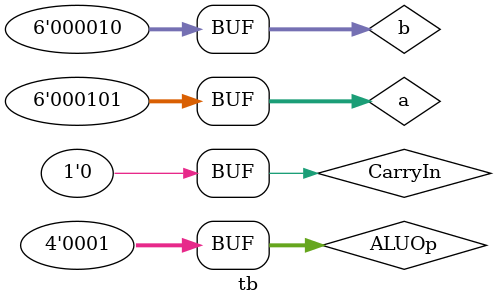
<source format=v>
module tb
(

);
	   reg [5:0] a;
	   reg [5:0] b;
	   reg CarryIn;
	   reg [3:0] ALUOp;
    wire CarryOut;
       
	
	top_ALU_6_bit ALU_6
	(
		.a(a),
		.b(b),
		.CarryIn(CarryIn),
		.ALUOp(ALUOp),
		.Result(Result),
		.CarryOut(CarryOut)
	);
	
	
  initial
    begin
      a = 6'b000101;
      b = 6'b000010;
      ALUOp = 4'h6;
      CarryIn = 1;
      #300 ALUOp = 4'h2;
      CarryIn = 0;
      #300 ALUOp = 4'h1;
    end
	
	initial
	$monitor("Time = ",$time, "---> Output = %d",a,b,CarryIn,Result,CarryOut);
endmodule

</source>
